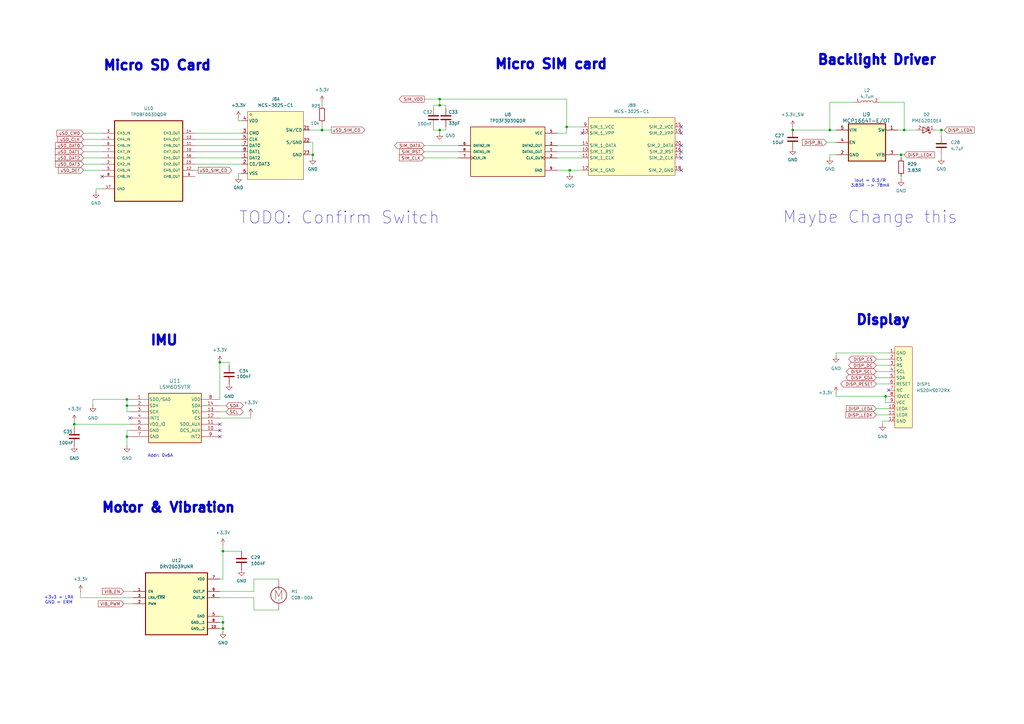
<source format=kicad_sch>
(kicad_sch (version 20250114) (generator "eeschema") (generator_version "9.0")
  (paper "A3")
  (title_block (title "UQ Phone") (rev "0.2.0") (company "The University of Queensland"))
  (lib_symbols
    (symbol "2025-04-08_10-28-15:MCP1664T-E_OT" (pin_names (offset 0.254))
      (property "Reference" "U" (at 20.32 10.16 0))
      (property "Value" "MCP1664T-E/OT" (at 20.32 7.62 0))
      (symbol "MCP1664T-E_OT_0_0"
        (rectangle (start 7.62 5.08) (end 22.86 -10.16) (stroke (width 0.41)) (fill (type background)))
      )
      (symbol "MCP1664T-E_OT_0_1"
        (pin power_in line (at 2.54 2.54 0) (length 5.08) (name "VIN") (number "5"))
        (pin input line (at 2.54 -2.54 0) (length 5.08) (name "EN") (number "4"))
        (pin power_out line (at 2.54 -7.62 0) (length 5.08) (name "GND") (number "2"))
        (pin unspecified line (at 27.94 -7.62 180) (length 5.08) (name "VFB") (number "3"))
      )
      (symbol "MCP1664T-E_OT_1_1"
        (pin passive line (at 27.94 2.54 180) (length 5.08) (name "SW") (number "1"))
      )
    )
    (symbol "Capacitors:Capacitor_10uF" (pin_numbers (hide yes)) (pin_names (hide yes))
      (property "Reference" "C" (at 4.064 0 0))
      (property "Value" "10uF" (at 0 0 0))
      (symbol "Capacitor_10uF_0_1"
        (polyline (pts (xy -2.032 0.762) (xy 2.032 0.762)) (stroke (width 0.508)))
        (polyline (pts (xy -2.032 -0.762) (xy 2.032 -0.762)) (stroke (width 0.508)))
      )
      (symbol "Capacitor_10uF_1_1"
        (pin passive line (at 0 3.81 270) (length 2.794) (name "~") (number "1"))
        (pin passive line (at 0 -3.81 90) (length 2.794) (name "~") (number "2"))
      )
    )
    (symbol "Capacitors:Capacitor_33pF" (pin_numbers (hide yes)) (pin_names (hide yes))
      (property "Reference" "C" (at 4.064 0 0))
      (property "Value" "33pF" (at 0 0 0))
      (symbol "Capacitor_33pF_0_1"
        (polyline (pts (xy -2.032 0.762) (xy 2.032 0.762)) (stroke (width 0.508)))
        (polyline (pts (xy -2.032 -0.762) (xy 2.032 -0.762)) (stroke (width 0.508)))
      )
      (symbol "Capacitor_33pF_1_1"
        (pin passive line (at 0 3.81 270) (length 2.794) (name "~") (number "1"))
        (pin passive line (at 0 -3.81 90) (length 2.794) (name "~") (number "2"))
      )
    )
    (symbol "Capacitors:Capacitor_4.7uF" (pin_numbers (hide yes)) (pin_names (hide yes))
      (property "Reference" "C" (at 4.064 0 0))
      (property "Value" "4.7uF" (at 0 0 0))
      (symbol "Capacitor_4.7uF_0_1"
        (polyline (pts (xy -2.032 0.762) (xy 2.032 0.762)) (stroke (width 0.508)))
        (polyline (pts (xy -2.032 -0.762) (xy 2.032 -0.762)) (stroke (width 0.508)))
      )
      (symbol "Capacitor_4.7uF_1_1"
        (pin passive line (at 0 3.81 270) (length 2.794) (name "~") (number "1"))
        (pin passive line (at 0 -3.81 90) (length 2.794) (name "~") (number "2"))
      )
    )
    (symbol "Capacitors:capacitor_100nF" (pin_numbers (hide yes)) (pin_names (hide yes))
      (property "Reference" "C" (at 4.064 0 0))
      (property "Value" "100nF" (at 0 0 0))
      (symbol "capacitor_100nF_0_1"
        (polyline (pts (xy -2.032 0.762) (xy 2.032 0.762)) (stroke (width 0.508)))
        (polyline (pts (xy -2.032 -0.762) (xy 2.032 -0.762)) (stroke (width 0.508)))
      )
      (symbol "capacitor_100nF_1_1"
        (pin passive line (at 0 3.81 270) (length 2.794) (name "~") (number "1"))
        (pin passive line (at 0 -3.81 90) (length 2.794) (name "~") (number "2"))
      )
    )
    (symbol "DRV2603RUNR:DRV2603RUNR" (pin_names (offset 1.016))
      (property "Reference" "U" (at -12.7161 11.1705 0))
      (property "Value" "DRV2603RUNR" (at -12.7416 -19.2775 0))
      (symbol "DRV2603RUNR_0_0"
        (rectangle (start -12.7 -15.24) (end 12.7 10.16) (stroke (width 0.41)) (fill (type background)))
        (pin input line (at -17.78 2.54 0) (length 5.08) (name "EN") (number "1"))
        (pin input line (at -17.78 0 0) (length 5.08) (name "LRA/~{ERM}") (number "3"))
        (pin input line (at -17.78 -2.54 0) (length 5.08) (name "PWM") (number "2"))
        (pin power_in line (at 17.78 7.62 180) (length 5.08) (name "VDD") (number "7"))
        (pin output line (at 17.78 2.54 180) (length 5.08) (name "OUT_P") (number "9"))
        (pin output line (at 17.78 0 180) (length 5.08) (name "OUT_M") (number "6"))
        (pin power_in line (at 17.78 -7.62 180) (length 5.08) (name "GND") (number "5"))
        (pin power_in line (at 17.78 -10.16 180) (length 5.08) (name "GND__1") (number "8"))
        (pin power_in line (at 17.78 -12.7 180) (length 5.08) (name "GND__2") (number "10"))
      )
    )
    (symbol "LSM6DSVTR:LSM6DSVTR" (pin_names (offset 0.254))
      (property "Reference" "U" (at 25.4 10.16 0))
      (property "Value" "LSM6DSVTR" (at 25.4 7.62 0))
      (symbol "LSM6DSVTR_0_0"
        (rectangle (start 7.62 2.54) (end 29.21 -17.78) (stroke (width 0.254)) (fill (type background)))
      )
      (symbol "LSM6DSVTR_0_1"
        (pin unspecified line (at 0 0 0) (length 7.62) (name "SDO/SA0") (number "1"))
        (pin unspecified line (at 0 -2.54 0) (length 7.62) (name "SDX") (number "2"))
        (pin unspecified line (at 0 -5.08 0) (length 7.62) (name "SCX") (number "3"))
        (pin unspecified line (at 0 -7.62 0) (length 7.62) (name "INT1") (number "4"))
        (pin power_in line (at 0 -10.16 0) (length 7.62) (name "VDD_IO") (number "5"))
        (pin power_out line (at 0 -12.7 0) (length 7.62) (name "GND") (number "6"))
        (pin power_out line (at 0 -15.24 0) (length 7.62) (name "GND") (number "7"))
        (pin power_in line (at 36.83 0 180) (length 7.62) (name "VDD") (number "8"))
        (pin unspecified line (at 36.83 -2.54 180) (length 7.62) (name "SDA") (number "14"))
        (pin unspecified line (at 36.83 -5.08 180) (length 7.62) (name "SCL") (number "13"))
        (pin unspecified line (at 36.83 -7.62 180) (length 7.62) (name "CS") (number "12"))
        (pin unspecified line (at 36.83 -10.16 180) (length 7.62) (name "SDO_AUX") (number "11"))
        (pin unspecified line (at 36.83 -12.7 180) (length 7.62) (name "OCS_AUX") (number "10"))
        (pin unspecified line (at 36.83 -15.24 180) (length 7.62) (name "INT2") (number "9"))
      )
    )
    (symbol "Misc:C08-00A" (pin_numbers (hide yes))
      (property "Reference" "M" (at -7.874 2.032 0))
      (property "Value" "C08-00A" (at 0 0 0))
      (symbol "C08-00A_0_0"
        (polyline (pts (xy -1.27 -2.032) (xy -1.27 1.778) (xy 0 -0.762) (xy 1.27 1.778) (xy 1.27 -2.032)))
      )
      (symbol "C08-00A_0_1"
        (polyline (pts (xy 0 3.302) (xy 0 3.81)))
        (polyline (pts (xy 0 2.9972) (xy 0 3.3528)))
        (circle (center 0 -0.254) (radius 3.2512) (stroke (width 0.254)))
        (polyline (pts (xy 0 -3.5052) (xy 0 -3.9116)))
      )
      (symbol "C08-00A_1_1"
        (pin passive line (at 0 6.35 270) (length 2.54) (name "+") (number "1"))
        (pin passive line (at 0 -6.35 90) (length 2.54) (name "-") (number "2"))
      )
    )
    (symbol "Misc:HS20HS072RX"
      (property "Reference" "DISP" (at 6.604 3.556 0))
      (property "Value" "HS20HS072RX" (at 8.128 5.842 0))
      (symbol "HS20HS072RX_1_0"
        (pin input line (at 0 -2.54 0) (length 2.54) (name "CS") (number "2"))
        (pin input line (at 0 -5.08 0) (length 2.54) (name "RS") (number "3"))
        (pin input line (at 0 -7.62 0) (length 2.54) (name "SCL") (number "4"))
        (pin input line (at 0 -10.16 0) (length 2.54) (name "SDA") (number "5"))
        (pin input line (at 0 -12.7 0) (length 2.54) (name "RESET") (number "6"))
        (pin input line (at 0 -15.24 0) (length 2.54) (name "NC") (number "7"))
        (pin input line (at 0 -17.78 0) (length 2.54) (name "IOVCC") (number "8"))
        (pin input line (at 0 -20.32 0) (length 2.54) (name "VCC") (number "9"))
        (pin input line (at 0 -22.86 0) (length 2.54) (name "LEDA") (number "10"))
        (pin input line (at 0 -25.4 0) (length 2.54) (name "LEDK") (number "11"))
        (pin input line (at 0 -27.94 0) (length 2.54) (name "GND") (number "12"))
      )
      (symbol "HS20HS072RX_1_1"
        (rectangle (start 2.54 2.54) (end 9.652 -30.734) (fill (type background)))
        (pin input line (at 0 0 0) (length 2.54) (name "GND") (number "1"))
      )
    )
    (symbol "Misc:MCS-302S-C1"
      (property "Reference" "J" (at 6.35 2.54 0))
      (property "Value" "MCS-302S-C1" (at 6.35 2.54 0))
      (symbol "MCS-302S-C1_1_0"
        (rectangle (start -11.43 12.7) (end 11.43 -15.24) (fill (type background)))
        (circle (center -10.16 11.43) (radius 0.381))
        (pin unspecified line (at -13.97 8.89 0) (length 2.54) (name "VDD") (number "4"))
        (pin unspecified line (at -13.97 3.81 0) (length 2.54) (name "CMD") (number "3"))
        (pin unspecified line (at -13.97 1.27 0) (length 2.54) (name "CLK") (number "5"))
        (pin unspecified line (at -13.97 -1.27 0) (length 2.54) (name "DAT0") (number "7"))
        (pin unspecified line (at -13.97 -3.81 0) (length 2.54) (name "DAT1") (number "8"))
        (pin unspecified line (at -13.97 -6.35 0) (length 2.54) (name "DAT2") (number "1"))
        (pin unspecified line (at -13.97 -8.89 0) (length 2.54) (name "CD/DAT3") (number "2"))
        (pin unspecified line (at -13.97 -12.7 0) (length 2.54) (name "VSS") (number "6"))
        (pin unspecified line (at 13.97 5.08 180) (length 2.54) (name "SW/CD") (number "21"))
        (pin unspecified line (at 13.97 0 180) (length 2.54) (name "S/GND") (number "22"))
        (pin unspecified line (at 13.97 -5.08 180) (length 2.54) (name "GND") (number "23"))
      )
      (symbol "MCS-302S-C1_2_0"
        (rectangle (start -17.78 11.43) (end 17.78 -12.192) (fill (type background)))
        (pin unspecified line (at -20.32 7.62 0) (length 2.54) (name "SIM_1_VCC") (number "9"))
        (pin unspecified line (at -20.32 5.08 0) (length 2.54) (name "SIM_1_VPP") (number "13"))
        (pin unspecified line (at -20.32 0 0) (length 2.54) (name "SIM_1_DATA") (number "14"))
        (pin unspecified line (at -20.32 -2.54 0) (length 2.54) (name "SIM_1_RST") (number "10"))
        (pin unspecified line (at -20.32 -5.08 0) (length 2.54) (name "SIM_1_CLK") (number "11"))
        (pin unspecified line (at -20.32 -10.16 0) (length 2.54) (name "SIM_1_GND") (number "12"))
        (pin unspecified line (at 20.32 7.62 180) (length 2.54) (name "SIM_2_VCC") (number "15"))
        (pin unspecified line (at 20.32 5.08 180) (length 2.54) (name "SIM_2_VPP") (number "19"))
        (pin unspecified line (at 20.32 0 180) (length 2.54) (name "SIM_2_DATA") (number "20"))
        (pin unspecified line (at 20.32 -2.54 180) (length 2.54) (name "SIM_2_RST") (number "16"))
        (pin unspecified line (at 20.32 -5.08 180) (length 2.54) (name "SIM_2_CLK") (number "17"))
        (pin unspecified line (at 20.32 -10.16 180) (length 2.54) (name "SIM_2_GND") (number "18"))
      )
    )
    (symbol "Misc:MTQH201208S4R7MBT"
      (property "Reference" "L" (at 0 0 0))
      (symbol "MTQH201208S4R7MBT_0_0"
        (pin passive line (at -5.08 0 0) (length 2.54) (name "~") (number "1"))
        (pin passive line (at 5.08 0 180) (length 2.54) (name "~") (number "2"))
      )
      (symbol "MTQH201208S4R7MBT_0_1"
        (arc (start -2.54 0) (mid -1.905 0.635) (end -1.27 0))
        (arc (start -1.27 0) (mid -0.635 0.635) (end 0 0))
        (arc (start 0 0) (mid 0.635 0.635) (end 1.27 0))
        (arc (start 1.27 0) (mid 1.905 0.635) (end 2.54 0))
      )
    )
    (symbol "Misc:PMEG2010EA" (pin_names (offset 0) (hide yes))
      (property "Reference" "D" (at 0.254 4.064 0))
      (property "Value" "PMEG2010EA" (at 10.16 4.826 0))
      (symbol "PMEG2010EA_0_1"
        (polyline (pts (xy -1.905 0.635) (xy -1.905 1.27) (xy -1.27 1.27) (xy -1.27 -1.27) (xy -0.635 -1.27) (xy -0.635 -0.635)) (stroke (width 0.254)))
        (polyline (pts (xy 1.27 1.27) (xy 1.27 -1.27) (xy -1.27 0) (xy 1.27 1.27)) (stroke (width 0.254)))
        (polyline (pts (xy 1.27 0) (xy -1.27 0)))
      )
      (symbol "PMEG2010EA_1_1"
        (pin passive line (at -3.81 0 0) (length 2.54) (name "K") (number "1"))
        (pin passive line (at 3.81 0 180) (length 2.54) (name "A") (number "2"))
      )
    )
    (symbol "Resistors:Resistor_10k" (pin_numbers (hide yes)) (pin_names (hide yes))
      (property "Reference" "R" (at 2.54 0.254 0))
      (property "Value" "10k" (at 0 -3.81 0))
      (symbol "Resistor_10k_0_1"
        (rectangle (start 1.016 2.54) (end -1.016 -2.54) (stroke (width 0.254)))
      )
      (symbol "Resistor_10k_1_1"
        (pin passive line (at 0 3.81 270) (length 1.27) (name "~") (number "2"))
        (pin passive line (at 0 -3.81 90) (length 1.27) (name "~") (number "1"))
      )
    )
    (symbol "Resistors:Resistor_3.83R" (pin_numbers (hide yes)) (pin_names (hide yes))
      (property "Reference" "R" (at 2.54 0.254 0))
      (property "Value" "3.83R" (at 0 -3.81 0))
      (symbol "Resistor_3.83R_0_1"
        (rectangle (start 1.016 2.54) (end -1.016 -2.54) (stroke (width 0.254)))
      )
      (symbol "Resistor_3.83R_1_1"
        (pin passive line (at 0 3.81 270) (length 1.27) (name "~") (number "2"))
        (pin passive line (at 0 -3.81 90) (length 1.27) (name "~") (number "1"))
      )
    )
    (symbol "TPD3F303DQDR:TPD3F303DQDR" (pin_names (offset 1.016))
      (property "Reference" "U" (at -15.24 10.922 0))
      (property "Value" "TPD3F303DQDR" (at -15.24 -12.7 0))
      (symbol "TPD3F303DQDR_0_0"
        (rectangle (start -15.24 -10.16) (end 15.24 10.16) (stroke (width 0.254)) (fill (type background)))
        (pin input line (at -20.32 2.54 0) (length 5.08) (name "DATA2_IN") (number "6"))
        (pin input line (at -20.32 0 0) (length 5.08) (name "DATA1_IN") (number "8"))
        (pin input clock (at -20.32 -2.54 0) (length 5.08) (name "CLK_IN") (number "7"))
        (pin power_in line (at 20.32 7.62 180) (length 5.08) (name "VCC") (number "5"))
        (pin output line (at 20.32 2.54 180) (length 5.08) (name "DATA2_OUT") (number "3"))
        (pin output line (at 20.32 0 180) (length 5.08) (name "DATA1_OUT") (number "1"))
        (pin output clock (at 20.32 -2.54 180) (length 5.08) (name "CLK_OUT") (number "2"))
        (pin power_in line (at 20.32 -7.62 180) (length 5.08) (name "GND") (number "9"))
      )
    )
    (symbol "TPD8F003DQDR:TPD8F003DQDR" (pin_names (offset 1.016))
      (property "Reference" "U" (at -5.3654 16.7574 0))
      (property "Value" "TPD8F003DQDR" (at -4.9607 -27.4745 0))
      (symbol "TPD8F003DQDR_0_0"
        (rectangle (start -13.97 12.7) (end 13.97 -20.32) (stroke (width 0.4064)) (fill (type background)))
        (pin input line (at -19.05 7.62 0) (length 5.08) (name "CH3_IN") (number "3"))
        (pin input line (at -19.05 5.08 0) (length 5.08) (name "CH4_IN") (number "4"))
        (pin input line (at -19.05 2.54 0) (length 5.08) (name "CH6_IN") (number "6"))
        (pin input line (at -19.05 0 0) (length 5.08) (name "CH7_IN") (number "7"))
        (pin input line (at -19.05 -2.54 0) (length 5.08) (name "CH1_IN") (number "1"))
        (pin input line (at -19.05 -5.08 0) (length 5.08) (name "CH2_IN") (number "2"))
        (pin input line (at -19.05 -7.62 0) (length 5.08) (name "CH5_IN") (number "5"))
        (pin input line (at -19.05 -10.16 0) (length 5.08) (name "CH8_IN") (number "8"))
        (pin passive line (at -19.05 -15.24 0) (length 5.08) (name "GND") (number "17"))
        (pin output line (at 19.05 7.62 180) (length 5.08) (name "CH3_OUT") (number "14"))
        (pin output line (at 19.05 5.08 180) (length 5.08) (name "CH4_OUT") (number "13"))
        (pin output line (at 19.05 2.54 180) (length 5.08) (name "CH6_OUT") (number "11"))
        (pin output line (at 19.05 0 180) (length 5.08) (name "CH7_OUT") (number "10"))
        (pin output line (at 19.05 -2.54 180) (length 5.08) (name "CH1_OUT") (number "16"))
        (pin output line (at 19.05 -5.08 180) (length 5.08) (name "CH2_OUT") (number "15"))
        (pin output line (at 19.05 -7.62 180) (length 5.08) (name "CH5_OUT") (number "12"))
        (pin output line (at 19.05 -10.16 180) (length 5.08) (name "CH8_OUT") (number "9"))
      )
    )
    (symbol "power:+3.3V" (power) (pin_numbers (hide yes)) (pin_names (offset 0) (hide yes))
      (property "Value" "+3.3V" (at 0 3.556 0))
      (symbol "+3.3V_0_1"
        (polyline (pts (xy -0.762 1.27) (xy 0 2.54)))
        (polyline (pts (xy 0 2.54) (xy 0.762 1.27)))
        (polyline (pts (xy 0 0) (xy 0 2.54)))
      )
      (symbol "+3.3V_1_1"
        (pin power_in line (at 0 0 90) (length 0) (name "~") (number "1"))
      )
    )
    (symbol "power:GND" (power) (pin_numbers (hide yes)) (pin_names (offset 0) (hide yes))
      (property "Value" "GND" (at 0 -3.81 0))
      (symbol "GND_0_1"
        (polyline (pts (xy 0 0) (xy 0 -1.27) (xy 1.27 -1.27) (xy 0 -2.54) (xy -1.27 -1.27) (xy 0 -1.27)))
      )
      (symbol "GND_1_1"
        (pin power_in line (at 0 0 270) (length 0) (name "~") (number "1"))
      )
    )
  )
  (text "Motor & Vibration\n" (at 69.088 208.28 0) (effects (font (size 4 4) (thickness 1) (bold yes))))
  (text "Display" (at 362.204 131.318 0) (effects (font (size 4 4) (thickness 1) (bold yes))))
  (text "IMU\n" (at 67.31 139.7 0) (effects (font (size 4 4) (thickness 1) (bold yes))))
  (text "Backlight Driver\n" (at 359.664 24.638 0) (effects (font (size 4 4) (thickness 1) (bold yes))))
  (text "Maybe Change this\n" (at 356.87 89.154 0) (effects (font (size 5 5))))
  (text "Micro SIM card" (at 226.06 26.416 0) (effects (font (size 4 4) (thickness 1) (bold yes))))
  (text "TODO: Confirm Switch\n" (at 139.192 89.408 0) (effects (font (size 5 5))))
  (text "Micro SD Card" (at 64.516 26.924 0) (effects (font (size 4 4) (thickness 1) (bold yes))))
  (text "Iout = 0.3/R\n3.83R -> 78mA" (at 356.87 75.184 0) (effects (font (size 1.27 1.27))))
  (text "+3v3 = LRA\nGND = ERM\n" (exclude_from_sim yes) (at 24.13 246.126 0) (effects (font (size 1.27 1.27))))
  (text "Addr: 0x6A\n" (at 65.786 186.944 0) (effects (font (size 1.27 1.27))))
  (junction (at 233.68 69.85))
  (junction (at 52.07 166.37))
  (junction (at 52.07 179.07))
  (junction (at 30.48 173.99))
  (junction (at 386.08 53.34))
  (junction (at 128.27 63.5))
  (junction (at 363.22 162.56))
  (junction (at 369.57 63.5))
  (junction (at 370.84 53.34))
  (junction (at 132.08 53.34))
  (junction (at 340.36 53.34))
  (junction (at 232.41 52.07))
  (junction (at 91.44 226.06))
  (junction (at 52.07 163.83))
  (junction (at 91.44 257.81))
  (junction (at 325.12 53.34))
  (junction (at 90.17 148.59))
  (junction (at 91.44 255.27))
  (junction (at 180.34 40.64))
  (junction (at 180.34 53.34))
  (junction (at 180.34 43.18))
  (no_connect (at 279.4 59.69))
  (no_connect (at 364.49 160.02))
  (no_connect (at 90.17 173.99))
  (no_connect (at 279.4 54.61))
  (no_connect (at 90.17 179.07))
  (no_connect (at 41.91 72.39))
  (no_connect (at 279.4 52.07))
  (no_connect (at 279.4 69.85))
  (no_connect (at 53.34 171.45))
  (no_connect (at 279.4 64.77))
  (no_connect (at 279.4 62.23))
  (no_connect (at 238.76 54.61))
  (no_connect (at 90.17 176.53))
  (wire (pts (xy 369.57 73.66) (xy 369.57 72.39)))
  (wire (pts (xy 180.34 43.18) (xy 177.8 43.18)))
  (wire (pts (xy 38.1 163.83) (xy 52.07 163.83)))
  (wire (pts (xy 99.06 57.15) (xy 80.01 57.15)))
  (wire (pts (xy 90.17 168.91) (xy 92.71 168.91)))
  (wire (pts (xy 232.41 40.64) (xy 232.41 52.07)))
  (wire (pts (xy 41.91 62.23) (xy 34.29 62.23)))
  (wire (pts (xy 182.88 43.18) (xy 180.34 43.18)))
  (wire (pts (xy 386.08 53.34) (xy 383.54 53.34)))
  (wire (pts (xy 90.17 245.11) (xy 104.14 245.11)))
  (wire (pts (xy 363.22 165.1) (xy 363.22 162.56)))
  (wire (pts (xy 132.08 50.8) (xy 132.08 53.34)))
  (wire (pts (xy 361.95 172.72) (xy 361.95 173.99)))
  (wire (pts (xy 359.41 147.32) (xy 364.49 147.32)))
  (wire (pts (xy 91.44 252.73) (xy 91.44 255.27)))
  (wire (pts (xy 364.49 165.1) (xy 363.22 165.1)))
  (wire (pts (xy 369.57 63.5) (xy 370.84 63.5)))
  (wire (pts (xy 52.07 166.37) (xy 52.07 163.83)))
  (wire (pts (xy 386.08 53.34) (xy 386.08 55.88)))
  (wire (pts (xy 90.17 255.27) (xy 91.44 255.27)))
  (wire (pts (xy 104.14 245.11) (xy 104.14 250.19)))
  (wire (pts (xy 128.27 63.5) (xy 127 63.5)))
  (wire (pts (xy 90.17 237.49) (xy 91.44 237.49)))
  (wire (pts (xy 50.8 242.57) (xy 54.61 242.57)))
  (wire (pts (xy 127 58.42) (xy 128.27 58.42)))
  (wire (pts (xy 342.9 161.29) (xy 342.9 162.56)))
  (wire (pts (xy 359.41 154.94) (xy 364.49 154.94)))
  (wire (pts (xy 99.06 67.31) (xy 80.01 67.31)))
  (wire (pts (xy 370.84 53.34) (xy 375.92 53.34)))
  (wire (pts (xy 53.34 168.91) (xy 52.07 168.91)))
  (wire (pts (xy 173.99 59.69) (xy 187.96 59.69)))
  (wire (pts (xy 91.44 226.06) (xy 99.06 226.06)))
  (wire (pts (xy 228.6 69.85) (xy 233.68 69.85)))
  (wire (pts (xy 99.06 62.23) (xy 80.01 62.23)))
  (wire (pts (xy 339.09 58.42) (xy 342.9 58.42)))
  (wire (pts (xy 228.6 62.23) (xy 238.76 62.23)))
  (wire (pts (xy 104.14 242.57) (xy 104.14 237.49)))
  (wire (pts (xy 370.84 41.91) (xy 370.84 53.34)))
  (wire (pts (xy 52.07 179.07) (xy 53.34 179.07)))
  (wire (pts (xy 41.91 54.61) (xy 34.29 54.61)))
  (wire (pts (xy 342.9 144.78) (xy 364.49 144.78)))
  (wire (pts (xy 228.6 59.69) (xy 238.76 59.69)))
  (wire (pts (xy 350.52 41.91) (xy 340.36 41.91)))
  (wire (pts (xy 30.48 173.99) (xy 53.34 173.99)))
  (wire (pts (xy 233.68 71.12) (xy 233.68 69.85)))
  (wire (pts (xy 93.98 148.59) (xy 93.98 149.86)))
  (wire (pts (xy 360.68 41.91) (xy 370.84 41.91)))
  (wire (pts (xy 128.27 58.42) (xy 128.27 63.5)))
  (wire (pts (xy 182.88 53.34) (xy 180.34 53.34)))
  (wire (pts (xy 369.57 64.77) (xy 369.57 63.5)))
  (wire (pts (xy 52.07 182.88) (xy 52.07 179.07)))
  (wire (pts (xy 232.41 52.07) (xy 238.76 52.07)))
  (wire (pts (xy 325.12 53.34) (xy 325.12 52.07)))
  (wire (pts (xy 97.79 48.26) (xy 97.79 49.53)))
  (wire (pts (xy 173.99 40.64) (xy 180.34 40.64)))
  (wire (pts (xy 90.17 252.73) (xy 91.44 252.73)))
  (wire (pts (xy 228.6 54.61) (xy 232.41 54.61)))
  (wire (pts (xy 132.08 53.34) (xy 135.89 53.34)))
  (wire (pts (xy 359.41 167.64) (xy 364.49 167.64)))
  (wire (pts (xy 39.37 77.47) (xy 39.37 78.74)))
  (wire (pts (xy 363.22 162.56) (xy 342.9 162.56)))
  (wire (pts (xy 359.41 170.18) (xy 364.49 170.18)))
  (wire (pts (xy 368.3 53.34) (xy 370.84 53.34)))
  (wire (pts (xy 340.36 53.34) (xy 325.12 53.34)))
  (wire (pts (xy 182.88 44.45) (xy 182.88 43.18)))
  (wire (pts (xy 53.34 166.37) (xy 52.07 166.37)))
  (wire (pts (xy 41.91 67.31) (xy 34.29 67.31)))
  (wire (pts (xy 41.91 64.77) (xy 34.29 64.77)))
  (wire (pts (xy 342.9 144.78) (xy 342.9 146.05)))
  (wire (pts (xy 41.91 59.69) (xy 34.29 59.69)))
  (wire (pts (xy 128.27 64.77) (xy 128.27 63.5)))
  (wire (pts (xy 173.99 64.77) (xy 187.96 64.77)))
  (wire (pts (xy 228.6 64.77) (xy 238.76 64.77)))
  (wire (pts (xy 90.17 148.59) (xy 90.17 163.83)))
  (wire (pts (xy 30.48 172.72) (xy 30.48 173.99)))
  (wire (pts (xy 340.36 64.77) (xy 340.36 63.5)))
  (wire (pts (xy 97.79 49.53) (xy 99.06 49.53)))
  (wire (pts (xy 41.91 69.85) (xy 34.29 69.85)))
  (wire (pts (xy 180.34 40.64) (xy 232.41 40.64)))
  (wire (pts (xy 90.17 242.57) (xy 104.14 242.57)))
  (wire (pts (xy 53.34 163.83) (xy 52.07 163.83)))
  (wire (pts (xy 52.07 176.53) (xy 52.07 179.07)))
  (wire (pts (xy 340.36 41.91) (xy 340.36 53.34)))
  (wire (pts (xy 104.14 237.49) (xy 114.3 237.49)))
  (wire (pts (xy 180.34 54.61) (xy 180.34 53.34)))
  (wire (pts (xy 233.68 69.85) (xy 238.76 69.85)))
  (wire (pts (xy 386.08 53.34) (xy 387.35 53.34)))
  (wire (pts (xy 91.44 257.81) (xy 90.17 257.81)))
  (wire (pts (xy 91.44 223.52) (xy 91.44 226.06)))
  (wire (pts (xy 90.17 166.37) (xy 92.71 166.37)))
  (wire (pts (xy 53.34 176.53) (xy 52.07 176.53)))
  (wire (pts (xy 91.44 259.08) (xy 91.44 257.81)))
  (wire (pts (xy 364.49 162.56) (xy 363.22 162.56)))
  (wire (pts (xy 180.34 40.64) (xy 180.34 43.18)))
  (wire (pts (xy 90.17 148.59) (xy 93.98 148.59)))
  (wire (pts (xy 102.87 171.45) (xy 102.87 170.18)))
  (wire (pts (xy 50.8 247.65) (xy 54.61 247.65)))
  (wire (pts (xy 182.88 53.34) (xy 182.88 52.07)))
  (wire (pts (xy 132.08 41.91) (xy 132.08 43.18)))
  (wire (pts (xy 359.41 157.48) (xy 364.49 157.48)))
  (wire (pts (xy 33.02 245.11) (xy 54.61 245.11)))
  (wire (pts (xy 33.02 242.57) (xy 33.02 245.11)))
  (wire (pts (xy 361.95 172.72) (xy 364.49 172.72)))
  (wire (pts (xy 41.91 77.47) (xy 39.37 77.47)))
  (wire (pts (xy 30.48 173.99) (xy 30.48 175.26)))
  (wire (pts (xy 90.17 171.45) (xy 102.87 171.45)))
  (wire (pts (xy 91.44 255.27) (xy 91.44 257.81)))
  (wire (pts (xy 99.06 59.69) (xy 80.01 59.69)))
  (wire (pts (xy 342.9 53.34) (xy 340.36 53.34)))
  (wire (pts (xy 104.14 250.19) (xy 114.3 250.19)))
  (wire (pts (xy 173.99 62.23) (xy 187.96 62.23)))
  (wire (pts (xy 340.36 63.5) (xy 342.9 63.5)))
  (wire (pts (xy 359.41 152.4) (xy 364.49 152.4)))
  (wire (pts (xy 52.07 168.91) (xy 52.07 166.37)))
  (wire (pts (xy 99.06 54.61) (xy 80.01 54.61)))
  (wire (pts (xy 97.79 71.12) (xy 99.06 71.12)))
  (wire (pts (xy 177.8 52.07) (xy 177.8 53.34)))
  (wire (pts (xy 180.34 53.34) (xy 177.8 53.34)))
  (wire (pts (xy 127 53.34) (xy 132.08 53.34)))
  (wire (pts (xy 368.3 63.5) (xy 369.57 63.5)))
  (wire (pts (xy 97.79 71.12) (xy 97.79 72.39)))
  (wire (pts (xy 91.44 226.06) (xy 91.44 237.49)))
  (wire (pts (xy 81.28 69.85) (xy 80.01 69.85)))
  (wire (pts (xy 41.91 57.15) (xy 34.29 57.15)))
  (wire (pts (xy 386.08 64.77) (xy 386.08 63.5)))
  (wire (pts (xy 177.8 43.18) (xy 177.8 44.45)))
  (wire (pts (xy 359.41 149.86) (xy 364.49 149.86)))
  (wire (pts (xy 232.41 54.61) (xy 232.41 52.07)))
  (wire (pts (xy 38.1 163.83) (xy 38.1 166.37)))
  (wire (pts (xy 99.06 64.77) (xy 80.01 64.77)))
  (global_label "DISP_CS" (shape bidirectional) (at 359.41 147.32 180) (property "Intersheetrefs" "${INTERSHEET_REFS}" (effects (hide yes))))
  (global_label "uSD_DAT3" (shape input) (at 34.29 67.31 180) (property "Intersheetrefs" "${INTERSHEET_REFS}" (effects (hide yes))))
  (global_label "VIB_PWM" (shape input) (at 50.8 247.65 180) (property "Intersheetrefs" "${INTERSHEET_REFS}" (effects (hide yes))))
  (global_label "uSD_DAT2" (shape input) (at 34.29 64.77 180) (property "Intersheetrefs" "${INTERSHEET_REFS}" (effects (hide yes))))
  (global_label "DISP_LEDK" (shape input) (at 359.41 170.18 180) (property "Intersheetrefs" "${INTERSHEET_REFS}" (effects (hide yes))))
  (global_label "DISP_RESET" (shape bidirectional) (at 359.41 157.48 180) (property "Intersheetrefs" "${INTERSHEET_REFS}" (effects (hide yes))))
  (global_label "DISP_SDA" (shape bidirectional) (at 359.41 154.94 180) (property "Intersheetrefs" "${INTERSHEET_REFS}" (effects (hide yes))))
  (global_label "SIM_RST" (shape input) (at 173.99 62.23 180) (property "Intersheetrefs" "${INTERSHEET_REFS}" (effects (hide yes))))
  (global_label "uSD_DAT0" (shape input) (at 34.29 59.69 180) (property "Intersheetrefs" "${INTERSHEET_REFS}" (effects (hide yes))))
  (global_label "uSD_SIM_CD" (shape output) (at 135.89 53.34 0) (property "Intersheetrefs" "${INTERSHEET_REFS}" (effects (hide yes))))
  (global_label "DISP_LEDK" (shape input) (at 370.84 63.5 0) (property "Intersheetrefs" "${INTERSHEET_REFS}" (effects (hide yes))))
  (global_label "SIM_DATA" (shape bidirectional) (at 173.99 59.69 180) (property "Intersheetrefs" "${INTERSHEET_REFS}" (effects (hide yes))))
  (global_label "DISP_SCL" (shape bidirectional) (at 359.41 152.4 180) (property "Intersheetrefs" "${INTERSHEET_REFS}" (effects (hide yes))))
  (global_label "DISP_BL" (shape input) (at 339.09 58.42 180) (property "Intersheetrefs" "${INTERSHEET_REFS}" (effects (hide yes))))
  (global_label "uSD_CLK" (shape input) (at 34.29 57.15 180) (property "Intersheetrefs" "${INTERSHEET_REFS}" (effects (hide yes))))
  (global_label "VIB_EN" (shape input) (at 50.8 242.57 180) (property "Intersheetrefs" "${INTERSHEET_REFS}" (effects (hide yes))))
  (global_label "DISP_DC" (shape bidirectional) (at 359.41 149.86 180) (property "Intersheetrefs" "${INTERSHEET_REFS}" (effects (hide yes))))
  (global_label "SIM_VDD" (shape output) (at 173.99 40.64 180) (property "Intersheetrefs" "${INTERSHEET_REFS}" (effects (hide yes))))
  (global_label "SIM_CLK" (shape input) (at 173.99 64.77 180) (property "Intersheetrefs" "${INTERSHEET_REFS}" (effects (hide yes))))
  (global_label "uSD_CMD" (shape input) (at 34.29 54.61 180) (property "Intersheetrefs" "${INTERSHEET_REFS}" (effects (hide yes))))
  (global_label "DISP_LEDA" (shape input) (at 359.41 167.64 180) (property "Intersheetrefs" "${INTERSHEET_REFS}" (effects (hide yes))))
  (global_label "uSD_SIM_CD" (shape output) (at 81.28 69.85 0) (property "Intersheetrefs" "${INTERSHEET_REFS}" (effects (hide yes))))
  (global_label "DISP_LEDA" (shape input) (at 387.35 53.34 0) (property "Intersheetrefs" "${INTERSHEET_REFS}" (effects (hide yes))))
  (global_label "uSD_DET" (shape input) (at 34.29 69.85 180) (property "Intersheetrefs" "${INTERSHEET_REFS}" (effects (hide yes))))
  (global_label "SDA" (shape bidirectional) (at 92.71 166.37 0) (property "Intersheetrefs" "${INTERSHEET_REFS}" (effects (hide yes))))
  (global_label "SCL" (shape bidirectional) (at 92.71 168.91 0) (property "Intersheetrefs" "${INTERSHEET_REFS}" (effects (hide yes))))
  (global_label "uSD_DAT1" (shape input) (at 34.29 62.23 180) (property "Intersheetrefs" "${INTERSHEET_REFS}" (effects (hide yes))))
  (symbol (lib_id "power:GND") (at 30.48 182.88 0) (unit 1)
    (property "Reference" "#PWR090" (effects (hide yes)))
    (property "Value" "GND" (at 30.48 187.96 0))
    (property "Description" "Power symbol creates a global label with name \"GND\" , ground" (effects (hide yes)))
  )
  (symbol (lib_id "power:GND") (at 97.79 72.39 0) (mirror y) (unit 1)
    (property "Reference" "#PWR074" (effects (hide yes)))
    (property "Value" "GND" (at 97.79 76.962 0))
    (property "Description" "Power symbol creates a global label with name \"GND\" , ground" (effects (hide yes)))
  )
  (symbol (lib_id "Capacitors:Capacitor_10uF") (at 325.12 57.15 0) (unit 1)
    (property "Reference" "C27" (at 317.754 55.626 0) (effects (justify left)))
    (property "Value" "10uF" (at 316.738 58.42 0) (effects (justify left)))
    (property "Footprint" "Capacitor_SMD:C_0603_1608Metric" (effects (hide yes)))
    (property "Description" "CAP CER 10UF 6.3V X5R 0603" (effects (hide yes)))
    (property "LCSC PN" "C2168196" (effects (hide yes)))
  )
  (symbol (lib_id "Capacitors:Capacitor_33pF") (at 182.88 48.26 0) (unit 1)
    (property "Reference" "C33" (at 183.896 45.974 0) (effects (justify left)))
    (property "Value" "33pF" (at 183.896 50.546 0) (effects (justify left)))
    (property "Footprint" "Capacitor_SMD:C_0402_1005Metric" (effects (hide yes)))
    (property "Description" "CAP CER 33PF 16V X7R 0402" (effects (hide yes)))
    (property "LCSC PN" "C70465" (effects (hide yes)))
  )
  (symbol (lib_id "power:+3.3V") (at 102.87 170.18 0) (unit 1)
    (property "Reference" "#PWR088" (effects (hide yes)))
    (property "Value" "+3.3V" (at 102.87 165.1 0))
    (property "Description" "Power symbol creates a global label with name \"+3.3V\"" (effects (hide yes)))
  )
  (symbol (lib_id "LSM6DSVTR:LSM6DSVTR") (at 53.34 163.83 0) (unit 1)
    (property "Reference" "U11" (at 71.755 156.21 0) (effects (font (size 1.524 1.524))))
    (property "Value" "LSM6DSVTR" (at 71.755 158.75 0) (effects (font (size 1.524 1.524))))
    (property "Footprint" "LSM6DSVTR:LGA14-L_2P59X3P1X0P5_STM" (effects (hide yes)))
    (property "Datasheet" "LSM6DSVTR" (effects (hide yes)))
  )
  (symbol (lib_id "Capacitors:capacitor_100nF") (at 99.06 229.87 0) (unit 1)
    (property "Reference" "C29" (at 102.87 228.5999 0) (effects (justify left)))
    (property "Value" "100nF" (at 102.87 231.1399 0) (effects (justify left)))
    (property "Footprint" "Capacitor_SMD:C_0201_0603Metric" (effects (hide yes)))
    (property "Description" "6.3V 100nF X5R ±10% 0201 Multilayer Ceramic Capacitors MLCC - SMD/SMT ROHS" (effects (hide yes)))
    (property "LCSC PN" "C160831" (effects (hide yes)))
  )
  (symbol (lib_id "power:GND") (at 233.68 71.12 0) (unit 1)
    (property "Reference" "#PWR070" (effects (hide yes)))
    (property "Value" "GND" (at 233.68 76.2 0))
    (property "Description" "Power symbol creates a global label with name \"GND\" , ground" (effects (hide yes)))
  )
  (symbol (lib_id "power:GND") (at 180.34 54.61 0) (unit 1)
    (property "Reference" "#PWR076" (effects (hide yes)))
    (property "Value" "GND" (at 184.658 55.626 0))
    (property "Description" "Power symbol creates a global label with name \"GND\" , ground" (effects (hide yes)))
  )
  (symbol (lib_id "DRV2603RUNR:DRV2603RUNR") (at 72.39 245.11 0) (unit 1)
    (property "Reference" "U12" (at 72.39 229.87 0))
    (property "Value" "DRV2603RUNR" (at 72.39 232.41 0))
    (property "Footprint" "DRV2603RUNR:QFN50P200X200X80-10N" (effects (hide yes)))
    (property "Description" "IC LRA/ERM HAPTIC DRIVER 10QFN" (effects (hide yes)))
    (property "DigiKey_Part_Number" "296-30613-2-ND" (effects (hide yes)))
    (property "MF" "Texas Instruments" (effects (hide yes)))
    (property "PACKAGE" "QFN-10 Texas Instruments" (effects (hide yes)))
    (property "PRICE" "1.02 USD" (effects (hide yes)))
    (property "Package" "WQFN-10 Texas Instruments" (effects (hide yes)))
    (property "Check_prices" "https://www.snapeda.com/parts/DRV2603RUNR/Texas+Instruments/view-part/?ref=eda" (effects (hide yes)))
    (property "STANDARD" "IPC-7351B" (effects (hide yes)))
    (property "PARTREV" "C" (effects (hide yes)))
    (property "SnapEDA_Link" "https://www.snapeda.com/parts/DRV2603RUNR/Texas+Instruments/view-part/?ref=snap" (effects (hide yes)))
    (property "MP" "DRV2603RUNR" (effects (hide yes)))
    (property "AVAILABILITY" "Good" (effects (hide yes)))
    (property "Description_1" "Haptic driver for ERM/LRA with auto-resonance tracking in QFN package" (effects (hide yes)))
    (property "LCSC PN" "C75424" (effects (hide yes)))
  )
  (symbol (lib_id "power:GND") (at 128.27 64.77 0) (mirror y) (unit 1)
    (property "Reference" "#PWR067" (effects (hide yes)))
    (property "Value" "GND" (at 128.27 69.342 0))
    (property "Description" "Power symbol creates a global label with name \"GND\" , ground" (effects (hide yes)))
  )
  (symbol (lib_id "Misc:PMEG2010EA") (at 379.73 53.34 180) (unit 1)
    (property "Reference" "D2" (at 380.0475 46.99 0))
    (property "Value" "PMEG2010EA" (at 380.0475 49.53 0))
    (property "Footprint" "Diode_SMD:D_SOD-323" (effects (hide yes)))
    (property "Description" "DIODE SCHOTTKY 20V 1A SOD323" (effects (hide yes)))
    (property "LCSC PN" "C193668" (effects (hide yes)))
  )
  (symbol (lib_id "Capacitors:capacitor_100nF") (at 30.48 179.07 0) (unit 1)
    (property "Reference" "C35" (at 25.908 177.038 0) (effects (justify left)))
    (property "Value" "100nF" (at 24.13 181.61 0) (effects (justify left)))
    (property "Footprint" "Capacitor_SMD:C_0201_0603Metric" (effects (hide yes)))
    (property "Description" "6.3V 100nF X5R ±10% 0201 Multilayer Ceramic Capacitors MLCC - SMD/SMT ROHS" (effects (hide yes)))
    (property "LCSC PN" "C160831" (effects (hide yes)))
  )
  (symbol (lib_id "Capacitors:Capacitor_4.7uF") (at 386.08 59.69 0) (unit 1)
    (property "Reference" "C28" (at 389.89 58.4199 0) (effects (justify left)))
    (property "Value" "4.7uF" (at 389.89 60.9599 0) (effects (justify left)))
    (property "Footprint" "Capacitor_SMD:C_0201_0603Metric" (effects (hide yes)))
    (property "Description" "6.3V 4.7uF X5R ±20% 0201 Multilayer Ceramic Capacitors MLCC - SMD/SMT ROHS" (effects (hide yes)))
    (property "LCSC PN" "C335103" (effects (hide yes)))
  )
  (symbol (lib_id "2025-04-08_10-28-15:MCP1664T-E_OT") (at 340.36 55.88 0) (unit 1)
    (property "Reference" "U9" (at 355.346 46.99 0) (effects (font (size 1.524 1.524))))
    (property "Value" "MCP1664T-E/OT" (at 355.346 49.53 0) (effects (font (size 1.524 1.524))))
    (property "Footprint" "MCP1664T_E_OT:SOT-23-5_OT_MCH" (effects (hide yes)))
    (property "Datasheet" "MCP1664T-E/OT" (effects (hide yes)))
    (property "LCSC PN" "C625339" (effects (hide yes)))
  )
  (symbol (lib_id "Capacitors:capacitor_100nF") (at 93.98 153.67 0) (unit 1)
    (property "Reference" "C34" (at 98.044 152.146 0) (effects (justify left)))
    (property "Value" "100nF" (at 97.028 154.432 0) (effects (justify left)))
    (property "Footprint" "Capacitor_SMD:C_0201_0603Metric" (effects (hide yes)))
    (property "Description" "6.3V 100nF X5R ±10% 0201 Multilayer Ceramic Capacitors MLCC - SMD/SMT ROHS" (effects (hide yes)))
    (property "LCSC PN" "C160831" (effects (hide yes)))
  )
  (symbol (lib_id "Capacitors:capacitor_100nF") (at 177.8 48.26 0) (unit 1)
    (property "Reference" "C32" (at 173.482 45.974 0) (effects (justify left)))
    (property "Value" "100nF" (at 171.196 50.8 0) (effects (justify left)))
    (property "Footprint" "Capacitor_SMD:C_0201_0603Metric" (effects (hide yes)))
    (property "Description" "6.3V 100nF X5R ±10% 0201 Multilayer Ceramic Capacitors MLCC - SMD/SMT ROHS" (effects (hide yes)))
    (property "LCSC PN" "C160831" (effects (hide yes)))
  )
  (symbol (lib_id "power:+3.3V") (at 33.02 242.57 0) (unit 1)
    (property "Reference" "#PWR095" (effects (hide yes)))
    (property "Value" "+3.3V" (at 33.02 237.49 0))
    (property "Description" "Power symbol creates a global label with name \"+3.3V\"" (effects (hide yes)))
  )
  (symbol (lib_id "power:GND") (at 361.95 173.99 0) (unit 1)
    (property "Reference" "#PWR092" (effects (hide yes)))
    (property "Value" "GND" (at 361.95 179.07 0))
    (property "Description" "Power symbol creates a global label with name \"GND\" , ground" (effects (hide yes)))
  )
  (symbol (lib_id "power:+3.3V") (at 91.44 223.52 0) (unit 1)
    (property "Reference" "#PWR094" (effects (hide yes)))
    (property "Value" "+3.3V" (at 91.44 218.44 0))
    (property "Description" "Power symbol creates a global label with name \"+3.3V\"" (effects (hide yes)))
  )
  (symbol (lib_id "power:GND") (at 52.07 182.88 0) (unit 1)
    (property "Reference" "#PWR091" (effects (hide yes)))
    (property "Value" "GND" (at 52.07 187.96 0))
    (property "Description" "Power symbol creates a global label with name \"GND\" , ground" (effects (hide yes)))
  )
  (symbol (lib_id "Misc:C08-00A") (at 114.3 243.84 0) (unit 1)
    (property "Reference" "M1" (at 119.38 242.6207 0) (effects (justify left)))
    (property "Value" "C08-00A" (at 119.38 245.1607 0) (effects (justify left)))
    (property "Footprint" "custom_footprints:Motor_8mm" (effects (hide yes)))
    (property "Datasheet" "https://www.precisionmicrodrives.com/product/c08-00a-8mm-lra-linear-resonant-actuator-vibration-motor?gQT=2" (effects (hide yes)))
  )
  (symbol (lib_id "Misc:MCS-302S-C1") (at 259.08 59.69 0) (unit 2)
    (property "Reference" "J8" (at 259.08 43.18 0))
    (property "Value" "MCS-302S-C1" (at 259.08 45.72 0))
    (property "Footprint" "custom_footprints:SIM-SMD_MCS-302S-C1" (effects (hide yes)))
    (property "Datasheet" "https://atta.szlcsc.com/upload/public/pdf/source/20230807/FE8BE803A45FEAFD6B0D1F4718AB93A0.pdf" (effects (hide yes)))
    (property "Description" "Card Connection Mode:Card Tray Type Card Type:Nano SIM card Connector Type:Card Slot Card Detection:With Card Insertion Detection Supplementary Features:- Body Height (Max):1.32mm Operating Temperature Range:-40°C~+85°C Operating Temperature Range:-40°C~+85°C" (effects (hide yes)))
    (property "Manufacturer Part" "MCS-302S-C1" (effects (hide yes)))
    (property "Manufacturer" "XUNPU(讯普)" (effects (hide yes)))
    (property "Supplier Part" "C2831360" (effects (hide yes)))
    (property "Supplier" "LCSC" (effects (hide yes)))
    (property "LCSC Part Name" "卡托式 NanoSIM卡 卡座" (effects (hide yes)))
    (property "LCSC PN" "C2831360" (effects (hide yes)))
  )
  (symbol (lib_id "power:GND") (at 93.98 157.48 0) (unit 1)
    (property "Reference" "#PWR086" (effects (hide yes)))
    (property "Value" "GND" (at 93.98 162.56 0))
    (property "Description" "Power symbol creates a global label with name \"GND\" , ground" (effects (hide yes)))
  )
  (symbol (lib_id "power:GND") (at 340.36 64.77 0) (unit 1)
    (property "Reference" "#PWR072" (effects (hide yes)))
    (property "Value" "GND" (at 340.36 69.342 0))
    (property "Description" "Power symbol creates a global label with name \"GND\" , ground" (effects (hide yes)))
  )
  (symbol (lib_id "power:GND") (at 386.08 64.77 0) (unit 1)
    (property "Reference" "#PWR073" (effects (hide yes)))
    (property "Value" "GND" (at 386.08 69.342 0))
    (property "Description" "Power symbol creates a global label with name \"GND\" , ground" (effects (hide yes)))
  )
  (symbol (lib_id "power:+3.3V") (at 97.79 48.26 0) (mirror y) (unit 1)
    (property "Reference" "#PWR068" (effects (hide yes)))
    (property "Value" "+3.3V" (at 97.79 43.18 0))
    (property "Description" "Power symbol creates a global label with name \"+3.3V\"" (effects (hide yes)))
  )
  (symbol (lib_id "power:GND") (at 342.9 146.05 0) (unit 1)
    (property "Reference" "#PWR083" (effects (hide yes)))
    (property "Value" "GND" (at 342.9 151.13 0))
    (property "Description" "Power symbol creates a global label with name \"GND\" , ground" (effects (hide yes)))
  )
  (symbol (lib_id "power:+3.3V") (at 342.9 161.29 0) (unit 1)
    (property "Reference" "#PWR081" (effects (hide yes)))
    (property "Value" "+3.3V" (at 338.582 161.036 0))
    (property "Description" "Power symbol creates a global label with name \"+3.3V\"" (effects (hide yes)))
  )
  (symbol (lib_id "power:+3.3V") (at 132.08 41.91 0) (mirror y) (unit 1)
    (property "Reference" "#PWR075" (effects (hide yes)))
    (property "Value" "+3.3V" (at 132.08 36.83 0))
    (property "Description" "Power symbol creates a global label with name \"+3.3V\"" (effects (hide yes)))
  )
  (symbol (lib_id "TPD8F003DQDR:TPD8F003DQDR") (at 60.96 62.23 0) (unit 1)
    (property "Reference" "U10" (at 60.96 44.45 0))
    (property "Value" "TPD8F003DQDR" (at 60.96 46.99 0))
    (property "Footprint" "TPD8F003DQDR:SON40P135X330X80-17N" (effects (hide yes)))
    (property "DigiKey_Part_Number" "296-25803-2-ND" (effects (hide yes)))
    (property "SnapEDA_Link" "https://www.snapeda.com/parts/TPD8F003DQDR/Texas+Instruments/view-part/?ref=snap" (effects (hide yes)))
    (property "Description_1" "\n                        \n                            8-channel EMI filter for display interface\n                        \n" (effects (hide yes)))
    (property "PACKAGE" "SON-16" (effects (hide yes)))
    (property "MPN" "TPD8F003DQDR" (effects (hide yes)))
    (property "Package" "WSON-16 Texas Instruments" (effects (hide yes)))
    (property "OC_FARNELL" "1863884" (effects (hide yes)))
    (property "MF" "Texas Instruments" (effects (hide yes)))
    (property "MP" "TPD8F003DQDR" (effects (hide yes)))
    (property "SUPPLIER" "Texas Instruments" (effects (hide yes)))
    (property "OC_NEWARK" "69R4548" (effects (hide yes)))
    (property "Check_prices" "https://www.snapeda.com/parts/TPD8F003DQDR/Texas+Instruments/view-part/?ref=eda" (effects (hide yes)))
    (property "LCSC PN" "C473368" (effects (hide yes)))
  )
  (symbol (lib_id "power:+3.3V") (at 325.12 52.07 0) (unit 1)
    (property "Reference" "#PWR0208" (effects (hide yes)))
    (property "Value" "+3.3V_SW" (at 325.12 46.99 0))
    (property "Description" "Power symbol creates a global label with name \"+3.3V\"" (effects (hide yes)))
  )
  (symbol (lib_id "TPD3F303DQDR:TPD3F303DQDR") (at 208.28 62.23 0) (unit 1)
    (property "Reference" "U8" (at 208.28 46.99 0))
    (property "Value" "TPD3F303DQDR" (at 208.28 49.53 0))
    (property "Footprint" "TPD3F303DQDR:SON40P170X135X80-9N" (effects (hide yes)))
    (property "B_NOM" "0.2" (effects (hide yes)))
    (property "D_MAX" "1.8" (effects (hide yes)))
    (property "A_MAX" "0.8" (effects (hide yes)))
    (property "B_MIN" "0.15" (effects (hide yes)))
    (property "Check_prices" "https://www.snapeda.com/parts/TPD3F303DQDR/Texas+Instruments/view-part/?ref=eda" (effects (hide yes)))
    (property "DigiKey_Part_Number" "296-28300-2-ND" (effects (hide yes)))
    (property "B_MAX" "0.25" (effects (hide yes)))
    (property "Description_1" "\n                        \n                            3 channel 5.5-V, ±15kV ESD protection & EMI filter with 300-MHz -3-dB for sim card\n                        \n" (effects (hide yes)))
    (property "ENOM" "0.4" (effects (hide yes)))
    (property "D_NOM" "1.7" (effects (hide yes)))
    (property "L_MAX" "0.325" (effects (hide yes)))
    (property "Package" "WSON-8 Texas Instruments" (effects (hide yes)))
    (property "E2_NOM" "0.4" (effects (hide yes)))
    (property "D2_NOM" "1.2" (effects (hide yes)))
    (property "PARTREV" "A" (effects (hide yes)))
    (property "MF" "Texas Instruments" (effects (hide yes)))
    (property "E_NOM" "1.35" (effects (hide yes)))
    (property "STANDARD" "IPC 7351B" (effects (hide yes)))
    (property "PIN_COUNT" "8.0" (effects (hide yes)))
    (property "L_NOM" "0.25" (effects (hide yes)))
    (property "MANUFACTURER" "Texas Instruments" (effects (hide yes)))
    (property "SnapEDA_Link" "https://www.snapeda.com/parts/TPD3F303DQDR/Texas+Instruments/view-part/?ref=snap" (effects (hide yes)))
    (property "MAXIMUM_PACKAGE_HEIGHT" "0.8mm" (effects (hide yes)))
    (property "E_MIN" "1.25" (effects (hide yes)))
    (property "D_MIN" "1.6" (effects (hide yes)))
    (property "MP" "TPD3F303DQDR" (effects (hide yes)))
    (property "L_MIN" "0.125" (effects (hide yes)))
    (property "E_MAX" "1.45" (effects (hide yes)))
    (property "LCSC PN" "C2869050" (effects (hide yes)))
  )
  (symbol (lib_id "power:GND") (at 325.12 60.96 0) (unit 1)
    (property "Reference" "#PWR071" (effects (hide yes)))
    (property "Value" "GND" (at 325.12 65.532 0))
    (property "Description" "Power symbol creates a global label with name \"GND\" , ground" (effects (hide yes)))
  )
  (symbol (lib_id "Resistors:Resistor_10k") (at 132.08 46.99 0) (mirror y) (unit 1)
    (property "Reference" "R25" (at 131.572 43.434 0) (effects (justify left)))
    (property "Value" "10k" (at 131.064 50.546 0) (effects (justify left)))
    (property "Footprint" "Resistor_SMD:R_0201_0603Metric" (effects (hide yes)))
    (property "Description" "50mW Thick Film Resistor 25V ±1% ±200ppm/℃ 10kΩ 0201 Chip Resistor - Surface Mount ROHS" (effects (hide yes)))
    (property "LCSC PN" "C106225" (effects (hide yes)))
  )
  (symbol (lib_id "power:GND") (at 99.06 233.68 0) (unit 1)
    (property "Reference" "#PWR0181" (effects (hide yes)))
    (property "Value" "GND" (at 99.06 238.252 0))
    (property "Description" "Power symbol creates a global label with name \"GND\" , ground" (effects (hide yes)))
  )
  (symbol (lib_id "Resistors:Resistor_3.83R") (at 369.57 68.58 0) (unit 1)
    (property "Reference" "R29" (at 372.11 67.3099 0) (effects (justify left)))
    (property "Value" "3.83R" (at 372.11 69.8499 0) (effects (justify left)))
    (property "Footprint" "Resistor_SMD:R_0402_1005Metric" (effects (hide yes)))
    (property "Description" "62.5mW Thick Film Resistor 50V ±200ppm/℃ ±1% 3.83Ω 0402 Chip Resistor - Surface Mount ROHS" (effects (hide yes)))
    (property "LCSC PN" "C3013169" (effects (hide yes)))
  )
  (symbol (lib_id "power:+3.3V") (at 30.48 172.72 0) (unit 1)
    (property "Reference" "#PWR089" (effects (hide yes)))
    (property "Value" "+3.3V" (at 30.48 167.64 0))
    (property "Description" "Power symbol creates a global label with name \"+3.3V\"" (effects (hide yes)))
  )
  (symbol (lib_id "power:GND") (at 91.44 259.08 0) (unit 1)
    (property "Reference" "#PWR096" (effects (hide yes)))
    (property "Value" "GND" (at 91.44 263.652 0))
    (property "Description" "Power symbol creates a global label with name \"GND\" , ground" (effects (hide yes)))
  )
  (symbol (lib_id "Misc:HS20HS072RX") (at 364.49 144.78 0) (unit 1)
    (property "Reference" "DISP1" (at 375.92 157.6069 0) (effects (justify left)))
    (property "Value" "HS20HS072RX" (at 375.92 160.1469 0) (effects (justify left)))
    (property "Datasheet" "https://lcsc.com/datasheet/lcsc_datasheet_2410121700_HS-HS20HS072RX_C5329582.pdf" (effects (hide yes)))
  )
  (symbol (lib_id "Misc:MCS-302S-C1") (at 113.03 58.42 0) (unit 1)
    (property "Reference" "J8" (at 113.03 40.64 0))
    (property "Value" "MCS-302S-C1" (at 113.03 43.18 0))
    (property "Footprint" "custom_footprints:SIM-SMD_MCS-302S-C1" (effects (hide yes)))
    (property "Datasheet" "https://atta.szlcsc.com/upload/public/pdf/source/20230807/FE8BE803A45FEAFD6B0D1F4718AB93A0.pdf" (effects (hide yes)))
    (property "Description" "Card Connection Mode:Card Tray Type Card Type:Nano SIM card Connector Type:Card Slot Card Detection:With Card Insertion Detection Supplementary Features:- Body Height (Max):1.32mm Operating Temperature Range:-40°C~+85°C Operating Temperature Range:-40°C~+85°C" (effects (hide yes)))
    (property "Manufacturer Part" "MCS-302S-C1" (effects (hide yes)))
    (property "Manufacturer" "XUNPU(讯普)" (effects (hide yes)))
    (property "Supplier Part" "C2831360" (effects (hide yes)))
    (property "Supplier" "LCSC" (effects (hide yes)))
    (property "LCSC Part Name" "卡托式 NanoSIM卡 卡座" (effects (hide yes)))
    (property "LCSC PN" "C2831360" (effects (hide yes)))
  )
  (symbol (lib_id "power:GND") (at 38.1 166.37 0) (unit 1)
    (property "Reference" "#PWR087" (effects (hide yes)))
    (property "Value" "GND" (at 38.1 171.45 0))
    (property "Description" "Power symbol creates a global label with name \"GND\" , ground" (effects (hide yes)))
  )
  (symbol (lib_id "power:+3.3V") (at 90.17 148.59 0) (unit 1)
    (property "Reference" "#PWR085" (effects (hide yes)))
    (property "Value" "+3.3V" (at 90.17 143.51 0))
    (property "Description" "Power symbol creates a global label with name \"+3.3V\"" (effects (hide yes)))
  )
  (symbol (lib_id "Misc:MTQH201208S4R7MBT") (at 355.6 41.91 0) (unit 1)
    (property "Reference" "L2" (at 355.6 37.084 0))
    (property "Value" "4.7uH" (at 355.6 39.624 0))
    (property "Footprint" "custom_footprints:IND-SMD_L2.0-W1.2_MTQH201208S4R7MBT" (effects (hide yes)))
    (property "Datasheet" "https://atta.szlcsc.com/upload/public/pdf/source/20230907/B6BF387D97E908951C348B93C86B14B9.pdf" (effects (hide yes)))
    (property "Description" "Inductance:4.7uH Tolerance:±20% Tolerance:±20% Current - Saturation(Isat):1.6A DC Resistance(DCR):285mΩ" (effects (hide yes)))
    (property "Manufacturer Part" "MTQH201208S4R7MBT" (effects (hide yes)))
    (property "Manufacturer" "MetalLions(美铼)" (effects (hide yes)))
    (property "Supplier Part" "C17701166" (effects (hide yes)))
    (property "Supplier" "LCSC" (effects (hide yes)))
    (property "LCSC Part Name" "4.7uH ±20% 1.6A 温升电流：1.7A" (effects (hide yes)))
  )
  (symbol (lib_id "power:GND") (at 369.57 73.66 0) (unit 1)
    (property "Reference" "#PWR077" (effects (hide yes)))
    (property "Value" "GND" (at 369.57 78.232 0))
    (property "Description" "Power symbol creates a global label with name \"GND\" , ground" (effects (hide yes)))
  )
  (symbol (lib_id "power:GND") (at 39.37 78.74 0) (mirror y) (unit 1)
    (property "Reference" "#PWR078" (effects (hide yes)))
    (property "Value" "GND" (at 39.37 83.312 0))
    (property "Description" "Power symbol creates a global label with name \"GND\" , ground" (effects (hide yes)))
  )
)
</source>
